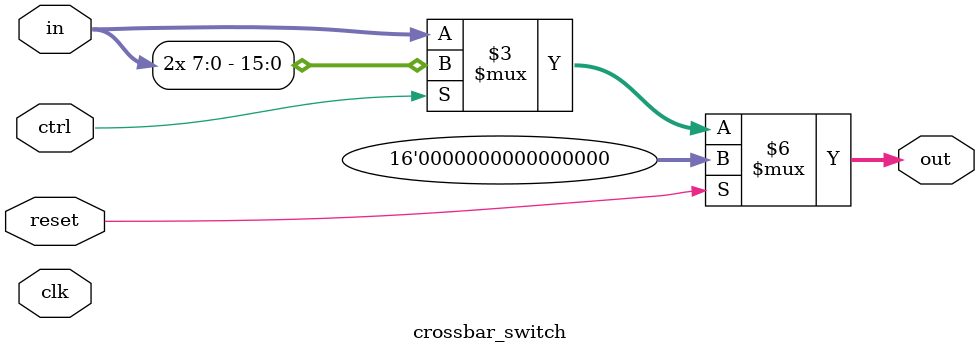
<source format=v>
`timescale 1ns / 1ps

module crossbar_switch #(
    parameter DW_DATA = 8
) (
    input clk,
    input reset,
    input ctrl,
    input [2*DW_DATA-1:0] in, // 0 is left input, 1 is up input
    output reg [2*DW_DATA-1:0] out // 0 is right output, 1 is down output
);

    always @(*) begin // TODO: bug for clk
        if (reset) begin
            out <= 0;
        end
        else if (ctrl) begin
            out <= {in[0 +:DW_DATA], in[0 +:DW_DATA]};
        end
        else begin
            out <= in;
        end
    end

endmodule
</source>
